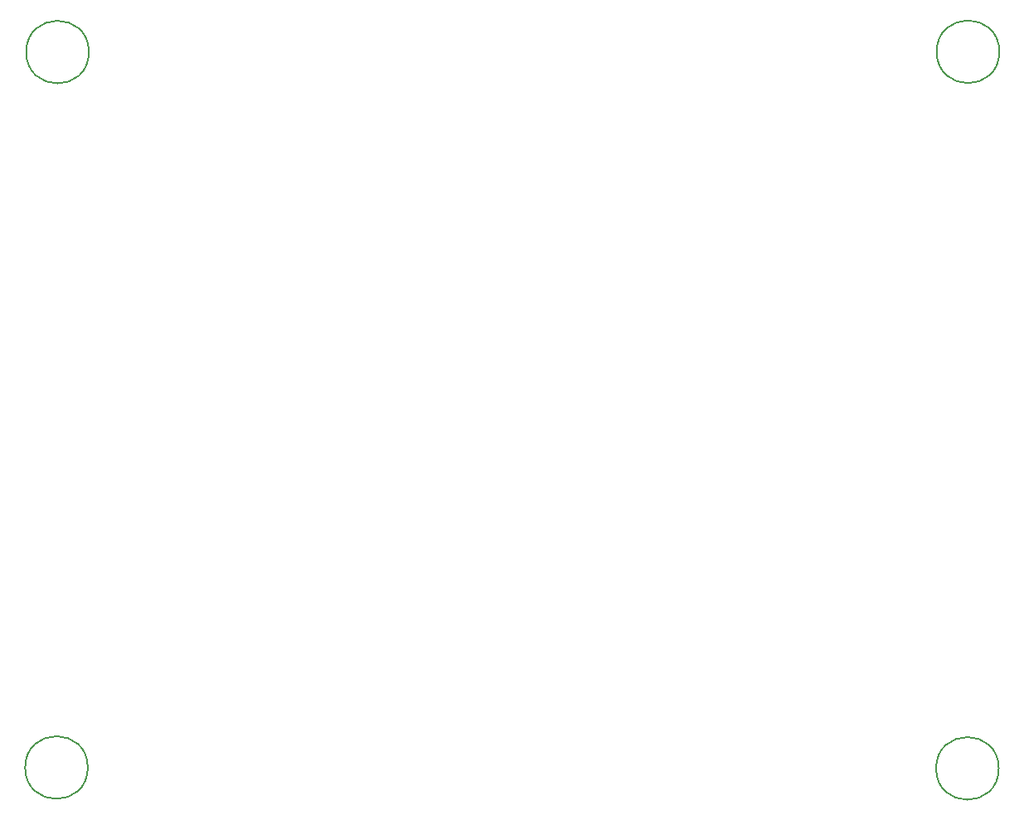
<source format=gbr>
%TF.GenerationSoftware,KiCad,Pcbnew,(7.0.0-rc2-19-gbcc1e28bab)*%
%TF.CreationDate,2023-01-26T23:12:18-08:00*%
%TF.ProjectId,Amplified-WSPR-Beacon-v3,416d706c-6966-4696-9564-2d575350522d,rev?*%
%TF.SameCoordinates,Original*%
%TF.FileFunction,Other,Comment*%
%FSLAX46Y46*%
G04 Gerber Fmt 4.6, Leading zero omitted, Abs format (unit mm)*
G04 Created by KiCad (PCBNEW (7.0.0-rc2-19-gbcc1e28bab)) date 2023-01-26 23:12:18*
%MOMM*%
%LPD*%
G01*
G04 APERTURE LIST*
%ADD10C,0.150000*%
G04 APERTURE END LIST*
D10*
%TO.C,H4*%
X189220000Y-133190000D02*
G75*
G03*
X189220000Y-133190000I-3200000J0D01*
G01*
%TO.C,H2*%
X189280000Y-60010000D02*
G75*
G03*
X189280000Y-60010000I-3200000J0D01*
G01*
%TO.C,H1*%
X96310000Y-60040000D02*
G75*
G03*
X96310000Y-60040000I-3200000J0D01*
G01*
%TO.C,H3*%
X96200000Y-133100000D02*
G75*
G03*
X96200000Y-133100000I-3200000J0D01*
G01*
%TD*%
M02*

</source>
